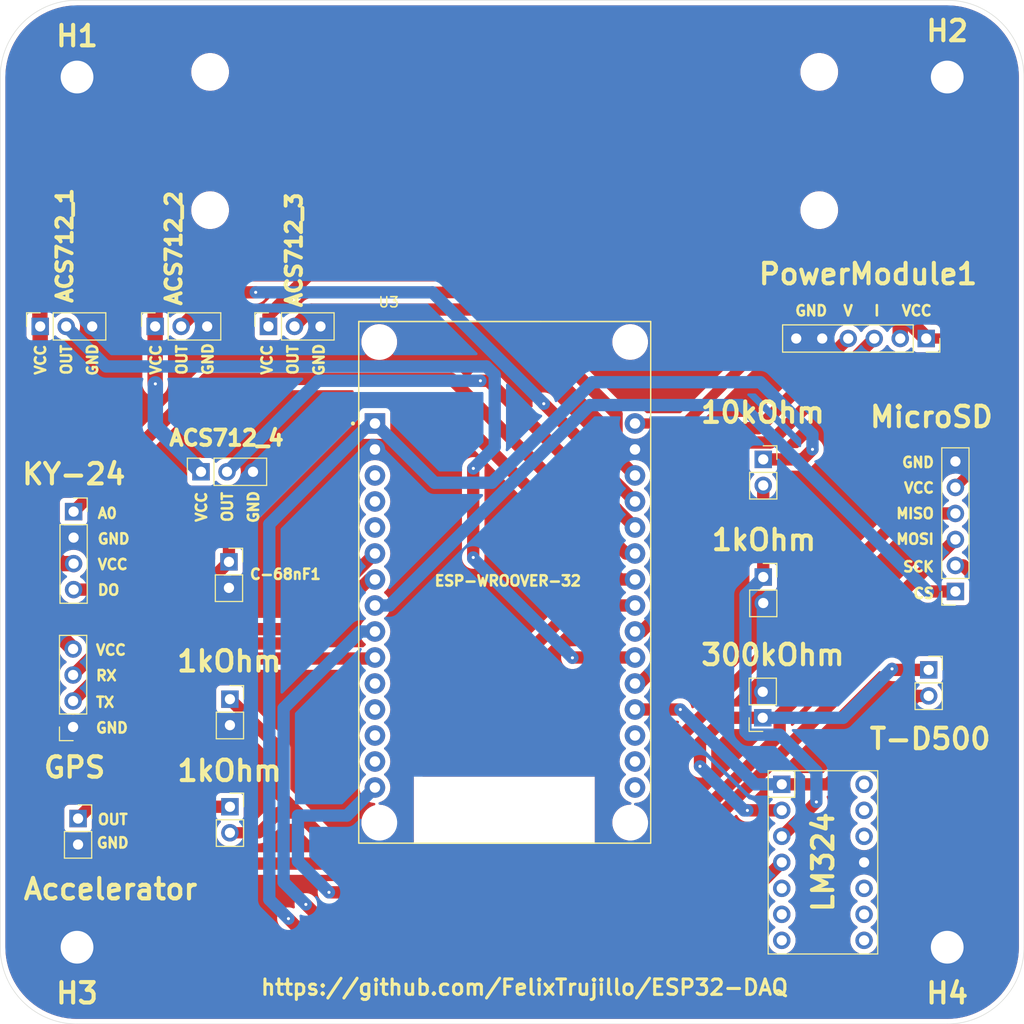
<source format=kicad_pcb>
(kicad_pcb (version 20240108) (generator "pcbnew") (generator_version "8.0")
  (title_block (title "DATA ACQUISITION SYSTEM"))
  (layers (0 "F.Cu" signal) (31 "B.Cu" signal) (34 "B.Paste" user) (35 "F.Paste" user) (36 "B.SilkS" user "B.Silkscreen") (37 "F.SilkS" user "F.Silkscreen") (38 "B.Mask" user) (39 "F.Mask" user) (44 "Edge.Cuts" user))
  (net 0 "")
  (net 2 "KY_DO")
  (net 3 "KY_A0")
  (net 5 "T-D500_OUT")
  (net 11 "ACCELERATOR_GND")
  (net 15 "GPS_RX")
  (net 16 "GPS_TX")
  (net 17 "CS_VCC")
  (net 18 "MSD_MISO")
  (net 19 "MSD_SCK")
  (net 20 "MSD_CS")
  (net 21 "MSD_MOSI")
  (net 22 "PM_V")
  (net 23 "PM_I")
  (net 24 "Net-(LM324-Pin_5)")
  (net 25 "Net-(ACC_VIN_GND1-Pin_1)")
  (net 26 "ACCELERATOR_Vout")
  (net 27 "Net-(LM324-Pin_3)")
  (net 37 "T-D500_VCC")
  (net 38 "CS_OUT_1")
  (net 39 "CS_OUT_2")
  (net 40 "CS_OUT_3")
  (net 41 "CS_OUT_4")
  (footprint "MountingHole:MountingHole_2.2mm_M2_ISO7380_Pad" (layer "F.Cu") (at 107.5 142.5)
    (property "Reference" "H3" (at 0 4.5 0) (layer "F.SilkS") (effects (font (size 2 2) (thickness 0.4) (bold yes))))
    (property "Value" "MountingHole_2.2mm_M2_ISO7380_Pad" (hide yes))
    (pad "3" thru_hole circle (at 0 0) (size 4.8 4.8) (drill 3.2) (layers "*.Cu" "*.Mask") (net 11 "ACCELERATOR_GND"))
  )
  (footprint "MountingHole:MountingHole_2.2mm_M2_ISO7380_Pad" (layer "F.Cu") (at 107.5 57.5)
    (property "Reference" "H1" (at 0 -4 0) (layer "F.SilkS") (effects (font (size 2 2) (thickness 0.4) (bold yes))))
    (property "Value" "MountingHole_2.2mm_M2_ISO7380_Pad" (hide yes))
    (pad "1" thru_hole circle (at 0 0) (size 4.8 4.8) (drill 3.2) (layers "*.Cu" "*.Mask") (net 11 "ACCELERATOR_GND"))
  )
  (footprint "Connector_PinSocket_2.54mm:PinSocket_1x02_P2.54mm_Vertical" (layer "F.Cu") (at 174.53 94.85)
    (property "Reference" "10kOhm" (at -0.045 -4.57 0) (layer "F.SilkS") (effects (font (size 2 2) (thickness 0.4) (bold yes))))
    (property "Value" "R" (hide yes))
    (pad "1" thru_hole rect (at 0 0) (size 1.7 1.7) (drill 1) (layers "*.Cu" "*.Mask") (net 37 "T-D500_VCC"))
    (pad "2" thru_hole oval (at 0 2.54) (size 1.7 1.7) (drill 1) (layers "*.Cu" "*.Mask") (net 24 "Net-(LM324-Pin_5)"))
  )
  (footprint "MountingHole:MountingHole_2.2mm_M2_ISO7380_Pad" (layer "F.Cu") (at 192.5 142.5)
    (property "Reference" "H4" (at 0 4.5 0) (layer "F.SilkS") (effects (font (size 2 2) (thickness 0.4) (bold yes))))
    (property "Value" "MountingHole_2.2mm_M2_ISO7380_Pad" (hide yes))
    (pad "4" thru_hole circle (at 0 0) (size 4.8 4.8) (drill 3.2) (layers "*.Cu" "*.Mask") (net 11 "ACCELERATOR_GND"))
  )
  (footprint "Connector_PinSocket_2.54mm:PinSocket_1x03_P2.54mm_Vertical" (layer "F.Cu") (at 115.13 81.86 90)
    (property "Reference" "ACS712_2" (at 7.64 1.82 90) (layer "F.SilkS") (effects (font (size 1.5 1.5) (thickness 0.375) (bold yes))))
    (property "Value" "Conn_01x03" (hide yes))
    (pad "1" thru_hole rect (at 0 0 90) (size 1.7 1.7) (drill 1) (layers "*.Cu" "*.Mask") (net 17 "CS_VCC"))
    (pad "2" thru_hole oval (at 0 2.54 90) (size 1.7 1.7) (drill 1) (layers "*.Cu" "*.Mask") (net 39 "CS_OUT_2"))
    (pad "3" thru_hole oval (at 0 5.08 90) (size 1.7 1.7) (drill 1) (layers "*.Cu" "*.Mask") (net 11 "ACCELERATOR_GND"))
  )
  (footprint "Connector_PinSocket_2.54mm:PinSocket_1x06_P2.54mm_Vertical" (layer "F.Cu") (at 193.3 107.75 180)
    (property "Reference" "MicroSD" (at 2.34 17.05 180) (layer "F.SilkS") (effects (font (size 2 2) (thickness 0.4) (bold yes))))
    (property "Value" "Conn_01x06" (hide yes))
    (pad "1" thru_hole rect (at 0 0 180) (size 1.7 1.7) (drill 1) (layers "*.Cu" "*.Mask") (net 20 "MSD_CS"))
    (pad "2" thru_hole oval (at 0 2.54 180) (size 1.7 1.7) (drill 1) (layers "*.Cu" "*.Mask") (net 19 "MSD_SCK"))
    (pad "3" thru_hole oval (at 0 5.08 180) (size 1.7 1.7) (drill 1) (layers "*.Cu" "*.Mask") (net 21 "MSD_MOSI"))
    (pad "4" thru_hole oval (at 0 7.62 180) (size 1.7 1.7) (drill 1) (layers "*.Cu" "*.Mask") (net 18 "MSD_MISO"))
    (pad "5" thru_hole oval (at 0 10.16 180) (size 1.7 1.7) (drill 1) (layers "*.Cu" "*.Mask") (net 17 "CS_VCC"))
    (pad "6" thru_hole oval (at 0 12.7 180) (size 1.7 1.7) (drill 1) (layers "*.Cu" "*.Mask") (net 11 "ACCELERATOR_GND"))
  )
  (footprint "Connector_PinSocket_2.54mm:PinSocket_1x04_P2.54mm_Vertical" (layer "F.Cu") (at 107.115 120.99 180)
    (property "Reference" "GPS" (at -0.145 -3.95 180) (layer "F.SilkS") (effects (font (size 2 2) (thickness 0.4) (bold yes))))
    (property "Value" "Conn_01x04" (hide yes))
    (pad "1" thru_hole rect (at 0 0 180) (size 1.7 1.7) (drill 1) (layers "*.Cu" "*.Mask") (net 11 "ACCELERATOR_GND"))
    (pad "2" thru_hole oval (at 0 2.54 180) (size 1.7 1.7) (drill 1) (layers "*.Cu" "*.Mask") (net 16 "GPS_TX"))
    (pad "3" thru_hole oval (at 0 5.08 180) (size 1.7 1.7) (drill 1) (layers "*.Cu" "*.Mask") (net 15 "GPS_RX"))
    (pad "4" thru_hole oval (at 0 7.62 180) (size 1.7 1.7) (drill 1) (layers "*.Cu" "*.Mask") (net 17 "CS_VCC"))
  )
  (footprint "Connector_PinSocket_2.54mm:PinSocket_1x03_P2.54mm_Vertical" (layer "F.Cu") (at 119.61 96.06 90)
    (property "Reference" "ACS712_4" (at 3.3 2.49 180) (layer "F.SilkS") (effects (font (size 1.5 1.5) (thickness 0.375) (bold yes))))
    (property "Value" "Conn_01x03" (hide yes))
    (pad "1" thru_hole rect (at 0 0 90) (size 1.7 1.7) (drill 1) (layers "*.Cu" "*.Mask") (net 17 "CS_VCC"))
    (pad "2" thru_hole oval (at 0 2.54 90) (size 1.7 1.7) (drill 1) (layers "*.Cu" "*.Mask") (net 41 "CS_OUT_4"))
    (pad "3" thru_hole oval (at 0 5.08 90) (size 1.7 1.7) (drill 1) (layers "*.Cu" "*.Mask") (net 11 "ACCELERATOR_GND"))
  )
  (footprint "Connector_PinSocket_2.54mm:PinSocket_1x02_P2.54mm_Vertical" (layer "F.Cu") (at 174.48 120.09 180)
    (property "Reference" "300kOhm" (at -0.985 6.14 180) (layer "F.SilkS") (effects (font (size 2 2) (thickness 0.4) (bold yes))))
    (property "Value" "R" (hide yes))
    (pad "1" thru_hole rect (at 0 0 180) (size 1.7 1.7) (drill 1) (layers "*.Cu" "*.Mask") (net 27 "Net-(LM324-Pin_3)"))
    (pad "2" thru_hole oval (at 0 2.54 180) (size 1.7 1.7) (drill 1) (layers "*.Cu" "*.Mask") (net 11 "ACCELERATOR_GND"))
  )
  (footprint "Connector_PinSocket_2.54mm:PinSocket_1x02_P2.54mm_Vertical" (layer "F.Cu") (at 122.435 128.78)
    (property "Reference" "1kOhm" (at -0.04 -3.51 0) (layer "F.SilkS") (effects (font (size 2 2) (thickness 0.4) (bold yes))))
    (property "Value" "R" (hide yes))
    (pad "1" thru_hole rect (at 0 0) (size 1.7 1.7) (drill 1) (layers "*.Cu" "*.Mask") (net 25 "Net-(ACC_VIN_GND1-Pin_1)"))
    (pad "2" thru_hole oval (at 0 2.54) (size 1.7 1.7) (drill 1) (layers "*.Cu" "*.Mask") (net 26 "ACCELERATOR_Vout"))
  )
  (footprint "Connector_PinSocket_2.54mm:PinSocket_1x03_P2.54mm_Vertical" (layer "F.Cu") (at 103.9 81.86 90)
    (property "Reference" "ACS712_1" (at 7.9 2.4 90) (layer "F.SilkS") (effects (font (size 1.5 1.5) (thickness 0.375) (bold yes))))
    (property "Value" "Conn_01x03" (hide yes))
    (pad "1" thru_hole rect (at 0 0 90) (size 1.7 1.7) (drill 1) (layers "*.Cu" "*.Mask") (net 17 "CS_VCC"))
    (pad "2" thru_hole oval (at 0 2.54 90) (size 1.7 1.7) (drill 1) (layers "*.Cu" "*.Mask") (net 38 "CS_OUT_1"))
    (pad "3" thru_hole oval (at 0 5.08 90) (size 1.7 1.7) (drill 1) (layers "*.Cu" "*.Mask") (net 11 "ACCELERATOR_GND"))
  )
  (footprint "MountingHole:MountingHole_3.2mm_M3" (layer "F.Cu") (at 120.5 57)
    (property "Reference" "REF**" (hide yes))
    (property "Value" "MountingHole_3.2mm_M3" (hide yes))
    (pad "" np_thru_hole circle (at 0 0) (size 3.2 3.2) (drill 3.2) (layers "*.Cu" "*.Mask"))
  )
  (footprint "MountingHole:MountingHole_3.2mm_M3" (layer "F.Cu") (at 180 70.5)
    (property "Reference" "REF**" (hide yes))
    (property "Value" "MountingHole_3.2mm_M3" (hide yes))
    (pad "" np_thru_hole circle (at 0 0) (size 3.2 3.2) (drill 3.2) (layers "*.Cu" "*.Mask"))
  )
  (footprint "Connector_PinSocket_2.54mm:PinSocket_1x03_P2.54mm_Vertical" (layer "F.Cu") (at 126.2 81.86 90)
    (property "Reference" "ACS712_3" (at 7.47 2.5 -90) (layer "F.SilkS") (effects (font (size 1.5 1.5) (thickness 0.375) (bold yes))))
    (property "Value" "Conn_01x03" (hide yes))
    (pad "1" thru_hole rect (at 0 0 90) (size 1.7 1.7) (drill 1) (layers "*.Cu" "*.Mask") (net 17 "CS_VCC"))
    (pad "2" thru_hole oval (at 0 2.54 90) (size 1.7 1.7) (drill 1) (layers "*.Cu" "*.Mask") (net 40 "CS_OUT_3"))
    (pad "3" thru_hole oval (at 0 5.08 90) (size 1.7 1.7) (drill 1) (layers "*.Cu" "*.Mask") (net 11 "ACCELERATOR_GND"))
  )
  (footprint "Connector_PinSocket_2.54mm:PinSocket_1x04_P2.54mm_Vertical" (layer "F.Cu") (at 107.165 99.95)
    (property "Reference" "KY-24" (at 0.025 -3.66 0) (layer "F.SilkS") (effects (font (size 2 2) (thickness 0.4) (bold yes))))
    (property "Value" "Conn_01x04" (hide yes))
    (pad "1" thru_hole rect (at 0 0) (size 1.7 1.7) (drill 1) (layers "*.Cu" "*.Mask") (net 3 "KY_A0"))
    (pad "2" thru_hole oval (at 0 2.54) (size 1.7 1.7) (drill 1) (layers "*.Cu" "*.Mask") (net 11 "ACCELERATOR_GND"))
    (pad "3" thru_hole oval (at 0 5.08) (size 1.7 1.7) (drill 1) (layers "*.Cu" "*.Mask") (net 17 "CS_VCC"))
    (pad "4" thru_hole oval (at 0 7.62) (size 1.7 1.7) (drill 1) (layers "*.Cu" "*.Mask") (net 2 "KY_DO"))
  )
  (footprint "Connector_PinSocket_2.54mm:PinSocket_1x06_P2.54mm_Vertical" (layer "F.Cu") (at 190.45 83.04 -90)
    (property "Reference" "PowerModule1" (at -6.295 5.685 0) (layer "F.SilkS") (effects (font (size 2 2) (thickness 0.4) (bold yes))))
    (property "Value" "Conn_01x06" (hide yes))
    (pad "1" thru_hole rect (at 0 0 270) (size 1.7 1.7) (drill 1) (layers "*.Cu" "*.Mask") (net 17 "CS_VCC"))
    (pad "2" thru_hole oval (at 0 2.54 270) (size 1.7 1.7) (drill 1) (layers "*.Cu" "*.Mask") (net 17 "CS_VCC"))
    (pad "3" thru_hole oval (at 0 5.08 270) (size 1.7 1.7) (drill 1) (layers "*.Cu" "*.Mask") (net 23 "PM_I"))
    (pad "4" thru_hole oval (at 0 7.62 270) (size 1.7 1.7) (drill 1) (layers "*.Cu" "*.Mask") (net 22 "PM_V"))
    (pad "5" thru_hole oval (at 0 10.16 270) (size 1.7 1.7) (drill 1) (layers "*.Cu" "*.Mask") (net 11 "ACCELERATOR_GND"))
    (pad "6" thru_hole oval (at 0 12.7 270) (size 1.7 1.7) (drill 1) (layers "*.Cu" "*.Mask") (net 11 "ACCELERATOR_GND"))
  )
  (footprint "MyPrintFoot:LM324" (layer "F.Cu") (at 180.34 135.59)
    (property "Reference" "LM324" (at 0.04 -1.4 90) (layer "F.SilkS") (effects (font (size 2 2) (thickness 0.4) (bold yes))))
    (property "Value" "Conn_02x07_Odd_Even" (hide yes))
    (pad "1" thru_hole rect (at -4 -9) (size 1.7 1.7) (drill 1) (layers "*.Cu" "*.Mask") (net 5 "T-D500_OUT"))
    (pad "2" thru_hole oval (at 4.04 -9) (size 1.7 1.7) (drill 1) (layers "*.Cu" "*.Mask"))
    (pad "3" thru_hole oval (at -4 -6.46) (size 1.7 1.7) (drill 1) (layers "*.Cu" "*.Mask") (net 27 "Net-(LM324-Pin_3)"))
    (pad "4" thru_hole oval (at 4.04 -6.46) (size 1.7 1.7) (drill 1) (layers "*.Cu" "*.Mask"))
    (pad "5" thru_hole oval (at -4 -3.92) (size 1.7 1.7) (drill 1) (layers "*.Cu" "*.Mask") (net 24 "Net-(LM324-Pin_5)"))
    (pad "6" thru_hole oval (at 4.04 -3.92) (size 1.7 1.7) (drill 1) (layers "*.Cu" "*.Mask"))
    (pad "7" thru_hole oval (at -4 -1.38) (size 1.7 1.7) (drill 1) (layers "*.Cu" "*.Mask") (net 37 "T-D500_VCC"))
    (pad "8" thru_hole oval (at 4.04 -1.38) (size 1.7 1.7) (drill 1) (layers "*.Cu" "*.Mask") (net 11 "ACCELERATOR_GND"))
    (pad "9" thru_hole oval (at -4 1.16) (size 1.7 1.7) (drill 1) (layers "*.Cu" "*.Mask"))
    (pad "10" thru_hole oval (at 4.04 1.16) (size 1.7 1.7) (drill 1) (layers "*.Cu" "*.Mask"))
    (pad "11" thru_hole oval (at -4 3.7) (size 1.7 1.7) (drill 1) (layers "*.Cu" "*.Mask"))
    (pad "12" thru_hole oval (at 4.04 3.7) (size 1.7 1.7) (drill 1) (layers "*.Cu" "*.Mask"))
    (pad "13" thru_hole oval (at -4 6.24) (size 1.7 1.7) (drill 1) (layers "*.Cu" "*.Mask"))
    (pad "14" thru_hole oval (at 4.04 6.24) (size 1.7 1.7) (drill 1) (layers "*.Cu" "*.Mask"))
  )
  (footprint "MountingHole:MountingHole_3.2mm_M3" (layer "F.Cu") (at 120.5 70.5)
    (property "Reference" "REF**" (hide yes))
    (property "Value" "MountingHole_3.2mm_M3" (hide yes))
    (pad "" np_thru_hole circle (at 0 0) (size 3.2 3.2) (drill 3.2) (layers "*.Cu" "*.Mask"))
  )
  (footprint "Connector_PinSocket_2.54mm:PinSocket_1x02_P2.54mm_Vertical" (layer "F.Cu") (at 107.6 129.93)
    (property "Reference" "Accelerator" (at 3.17 6.9 0) (layer "F.SilkS") (effects (font (size 2 2) (thickness 0.4) (bold yes))))
    (property "Value" "Conn_01x02" (hide yes))
    (pad "1" thru_hole rect (at 0 0) (size 1.7 1.7) (drill 1) (layers "*.Cu" "*.Mask") (net 25 "Net-(ACC_VIN_GND1-Pin_1)"))
    (pad "2" thru_hole oval (at 0 2.54) (size 1.7 1.7) (drill 1) (layers "*.Cu" "*.Mask") (net 11 "ACCELERATOR_GND"))
  )
  (footprint "Connector_PinSocket_2.54mm:PinSocket_1x02_P2.54mm_Vertical" (layer "F.Cu") (at 174.53 106.34)
    (property "Reference" "1kOhm" (at 0.065 -3.62 0) (layer "F.SilkS") (effects (font (size 2 2) (thickness 0.4) (bold yes))))
    (property "Value" "R" (hide yes))
    (pad "1" thru_hole rect (at 0 0) (size 1.7 1.7) (drill 1) (layers "*.Cu" "*.Mask") (net 24 "Net-(LM324-Pin_5)"))
    (pad "2" thru_hole oval (at 0 2.54) (size 1.7 1.7) (drill 1) (layers "*.Cu" "*.Mask") (net 11 "ACCELERATOR_GND"))
  )
  (footprint "MountingHole:MountingHole_2.2mm_M2_ISO7380_Pad" (layer "F.Cu") (at 192.5 57.5)
    (property "Reference" "H2" (at 0 -4.5 0) (layer "F.SilkS") (effects (font (size 2 2) (thickness 0.4) (bold yes))))
    (property "Value" "MountingHole_2.2mm_M2_ISO7380_Pad" (hide yes))
    (pad "2" thru_hole circle (at 0 0) (size 4.8 4.8) (drill 3.2) (layers "*.Cu" "*.Mask") (net 11 "ACCELERATOR_GND"))
  )
  (footprint "Connector_PinSocket_2.54mm:PinSocket_1x02_P2.54mm_Vertical" (layer "F.Cu") (at 190.69 115.41)
    (property "Reference" "T-D500" (at 0.14 6.74 0) (layer "F.SilkS") (effects (font (size 2 2) (thickness 0.4) (bold yes))))
    (property "Value" "Conn_01x02" (hide yes))
    (pad "1" thru_hole rect (at 0 0) (size 1.7 1.7) (drill 1) (layers "*.Cu" "*.Mask") (net 27 "Net-(LM324-Pin_3)"))
    (pad "2" thru_hole oval (at 0 2.54) (size 1.7 1.7) (drill 1) (layers "*.Cu" "*.Mask") (net 5 "T-D500_OUT"))
  )
  (footprint "ESP32-DEVKIT-V1 (2):MODULE_ESP32_DEVKIT_V1" (layer "F.Cu") (at 149.3 106.855)
    (property "Reference" "U3" (at -11.355 -27.36 0) (layer "F.SilkS"))
    (property "Value" "ESP32-DEVKIT-V1" (hide yes))
    (pad "" np_thru_hole circle (at -12.28 -23.475) (size 3 3) (drill 3) (layers "*.Cu" "*.Mask"))
    (pad "" np_thru_hole circle (at -12.28 23.475) (size 3 3) (drill 3) (layers "*.Cu" "*.Mask"))
    (pad "" np_thru_hole circle (at 12.23 -23.475) (size 3 3) (drill 3) (layers "*.Cu" "*.Mask"))
    (pad "" np_thru_hole circle (at 12.23 23.475) (size 3 3) (drill 3) (layers "*.Cu" "*.Mask"))
    (pad "1" thru_hole rect (at -12.7 -15.515) (size 2 2) (drill 1.02) (layers "*.Cu" "*.Mask") (net 37 "T-D500_VCC"))
    (pad "2" thru_hole circle (at -12.7 -12.975) (size 2 2) (drill 1.02) (layers "*.Cu" "*.Mask") (net 11 "ACCELERATOR_GND"))
    (pad "3" thru_hole circle (at -12.7 -10.435) (size 2 2) (drill 1.02) (layers "*.Cu" "*.Mask"))
    (pad "4" thru_hole circle (at -12.7 -7.895) (size 2 2) (drill 1.02) (layers "*.Cu" "*.Mask"))
    (pad "5" thru_hole circle (at -12.7 -5.355) (size 2 2) (drill 1.02) (layers "*.Cu" "*.Mask"))
    (pad "6" thru_hole circle (at -12.7 -2.815) (size 2 2) (drill 1.02) (layers "*.Cu" "*.Mask") (net 15 "GPS_RX"))
    (pad "7" thru_hole circle (at -12.7 -0.275) (size 2 2) (drill 1.02) (layers "*.Cu" "*.Mask") (net 16 "GPS_TX"))
    (pad "8" thru_hole circle (at -12.7 2.265) (size 2 2) (drill 1.02) (layers "*.Cu" "*.Mask") (net 20 "MSD_CS"))
    (pad "9" thru_hole circle (at -12.7 4.805) (size 2 2) (drill 1.02) (layers "*.Cu" "*.Mask") (net 19 "MSD_SCK"))
    (pad "10" thru_hole circle (at -12.7 7.345) (size 2 2) (drill 1.02) (layers "*.Cu" "*.Mask") (net 18 "MSD_MISO"))
    (pad "11" thru_hole circle (at -12.7 9.885) (size 2 2) (drill 1.02) (layers "*.Cu" "*.Mask"))
    (pad "12" thru_hole circle (at -12.7 12.425) (size 2 2) (drill 1.02) (layers "*.Cu" "*.Mask"))
    (pad "13" thru_hole circle (at -12.7 14.965) (size 2 2) (drill 1.02) (layers "*.Cu" "*.Mask"))
    (pad "14" thru_hole circle (at -12.7 17.505) (size 2 2) (drill 1.02) (layers "*.Cu" "*.Mask"))
    (pad "15" thru_hole circle (at -12.7 20.045) (size 2 2) (drill 1.02) (layers "*.Cu" "*.Mask") (net 21 "MSD_MOSI"))
    (pad "16" thru_hole circle (at 12.7 20.045) (size 2 2) (drill 1.02) (layers "*.Cu" "*.Mask"))
    (pad "17" thru_hole circle (at 12.7 17.505) (size 2 2) (drill 1.02) (layers "*.Cu" "*.Mask"))
    (pad "18" thru_hole circle (at 12.7 14.965) (size 2 2) (drill 1.02) (layers "*.Cu" "*.Mask"))
    (pad "19" thru_hole circle (at 12.7 12.425) (size 2 2) (drill 1.02) (layers "*.Cu" "*.Mask") (net 5 "T-D500_OUT"))
    (pad "20" thru_hole circle (at 12.7 9.885) (size 2 2) (drill 1.02) (layers "*.Cu" "*.Mask") (net 23 "PM_I"))
    (pad "21" thru_hole circle (at 12.7 7.345) (size 2 2) (drill 1.02) (layers "*.Cu" "*.Mask") (net 38 "CS_OUT_1"))
    (pad "22" thru_hole circle (at 12.7 4.805) (size 2 2) (drill 1.02) (layers "*.Cu" "*.Mask") (net 22 "PM_V"))
    (pad "23" thru_hole circle (at 12.7 2.265) (size 2 2) (drill 1.02) (layers "*.Cu" "*.Mask") (net 26 "ACCELERATOR_Vout"))
    (pad "24" thru_hole circle (at 12.7 -0.275) (size 2 2) (drill 1.02) (layers "*.Cu" "*.Mask") (net 2 "KY_DO"))
    (pad "25" thru_hole circle (at 12.7 -2.815) (size 2 2) (drill 1.02) (layers "*.Cu" "*.Mask") (net 3 "KY_A0"))
    (pad "26" thru_hole circle (at 12.7 -5.355) (size 2 2) (drill 1.02) (layers "*.Cu" "*.Mask") (net 41 "CS_OUT_4"))
    (pad "27" thru_hole circle (at 12.7 -7.895) (size 2 2) (drill 1.02) (layers "*.Cu" "*.Mask") (net 39 "CS_OUT_2"))
    (pad "28" thru_hole circle (at 12.7 -10.435) (size 2 2) (drill 1.02) (layers "*.Cu" "*.Mask") (net 40 "CS_OUT_3"))
    (pad "29" thru_hole circle (at 12.7 -12.975) (size 2 2) (drill 1.02) (layers "*.Cu" "*.Mask") (net 11 "ACCELERATOR_GND"))
    (pad "30" thru_hole circle (at 12.7 -15.515) (size 2 2) (drill 1.02) (layers "*.Cu" "*.Mask") (net 17 "CS_VCC"))
    (zone (net 0) (net_name "") (layer "F.Cu") (connect_pads (clearance 0)) (min_thickness 0.01)
      (keepout (tracks not_allowed) (vias not_allowed) (pads not_allowed) (copperpour not_allowed) (footprints allowed))
      (fill (thermal_gap 0.508) (thermal_bridge_width 0.508))
      (polygon (pts (xy 140.39 125.84) (xy 158.08 125.84) (xy 158.08 132.33) (xy 140.39 132.33)))
    )
    (zone (net 0) (net_name "") (layer "B.Cu") (connect_pads (clearance 0)) (min_thickness 0.01)
      (keepout (tracks not_allowed) (vias not_allowed) (pads not_allowed) (copperpour not_allowed) (footprints allowed))
      (fill (thermal_gap 0.508) (thermal_bridge_width 0.508))
      (polygon (pts (xy 140.39 125.84) (xy 158.08 125.84) (xy 158.08 132.33) (xy 140.39 132.33)))
    )
  )
  (footprint "Connector_PinSocket_2.54mm:PinSocket_1x02_P2.54mm_Vertical" (layer "F.Cu") (at 122.435 118.27)
    (property "Reference" "1kOhm" (at -0.065 -3.7 0) (layer "F.SilkS") (effects (font (size 2 2) (thickness 0.4) (bold yes))))
    (property "Value" "R" (hide yes))
    (pad "1" thru_hole rect (at 0 0) (size 1.7 1.7) (drill 1) (layers "*.Cu" "*.Mask") (net 26 "ACCELERATOR_Vout"))
    (pad "2" thru_hole oval (at 0 2.54) (size 1.7 1.7) (drill 1) (layers "*.Cu" "*.Mask") (net 11 "ACCELERATOR_GND"))
  )
  (footprint "MountingHole:MountingHole_3.2mm_M3" (layer "F.Cu") (at 180 57)
    (property "Reference" "REF**" (hide yes))
    (property "Value" "MountingHole_3.2mm_M3" (hide yes))
    (pad "" np_thru_hole circle (at 0 0) (size 3.2 3.2) (drill 3.2) (layers "F&B.Cu" "*.Mask"))
  )
  (footprint "Connector_PinSocket_2.54mm:PinSocket_1x02_P2.54mm_Vertical" (layer "F.Cu") (at 122.34 104.86)
    (property "Reference" "C-68nF1" (at 5.51 1.21 180) (layer "F.SilkS") (effects (font (thickness 0.25) (bold yes))))
    (property "Value" "C_Small" (hide yes))
    (pad "1" thru_hole rect (at 0 0) (size 1.7 1.7) (drill 1) (layers "*.Cu" "*.Mask") (net 2 "KY_DO"))
    (pad "2" thru_hole oval (at 0 2.54) (size 1.7 1.7) (drill 1) (layers "*.Cu" "*.Mask") (net 11 "ACCELERATOR_GND"))
  )
  (footprint "Images:GCA_Shield_Logo2" (layer "F.Cu") (at 150.110677 62.214576)
    (property "Reference" "G***" (hide yes))
    (property "Value" "LOGO" (hide yes))
  )
  (footprint "Images:GCA_Shield_Logo" (layer "B.Cu") (at 150.424165 100.074986 180)
    (property "Reference" "G***" (hide yes))
    (property "Value" "LOGO" (hide yes))
  )
  (gr_line (start 100 142.5) (end 100 57.5) (stroke (width 0.05)) (layer "Edge.Cuts"))
  (gr_arc (start 100 57.5) (mid 102.196699 52.196699) (end 107.5 50) (stroke (width 0.05)) (layer "Edge.Cuts"))
  (gr_line (start 200 57.5) (end 200 142.5) (stroke (width 0.05)) (layer "Edge.Cuts"))
  (gr_arc (start 200 142.5) (mid 197.803301 147.803301) (end 192.5 150) (stroke (width 0.05)) (layer "Edge.Cuts"))
  (gr_arc (start 107.5 150) (mid 102.196699 147.803301) (end 100 142.5) (stroke (width 0.05)) (layer "Edge.Cuts"))
  (gr_line (start 107.5 50) (end 192.5 50) (stroke (width 0.05)) (layer "Edge.Cuts"))
  (gr_line (start 107.5 150) (end 192.5 150) (stroke (width 0.05)) (layer "Edge.Cuts"))
  (gr_arc (start 192.5 50) (mid 197.803301 52.196699) (end 200 57.5) (stroke (width 0.05)) (layer "Edge.Cuts"))
  (gr_text "SCK" (at 188.056666 105.925 0) (layer "F.SilkS") (effects (font (size 1 1) (thickness 0.25) (bold yes)) (justify left bottom)))
  (gr_text "VCC" (at 126.64 86.71 90) (layer "F.SilkS") (effects (font (size 1 1) (thickness 0.25) (bold yes)) (justify left bottom)))
  (gr_text "MOSI\n" (at 187.39 103.225 0) (layer "F.SilkS") (effects (font (size 1 1) (thickness 0.25) (bold yes)) (justify left bottom)))
  (gr_text "OUT" (at 107.05 86.71 90) (layer "F.SilkS") (effects (font (size 1 1) (thickness 0.25) (bold yes)) (justify left bottom)))
  (gr_text "VCC" (at 115.79 86.71 90) (layer "F.SilkS") (effects (font (size 1 1) (thickness 0.25) (bold yes)) (justify left bottom)))
  (gr_text "GND" (at 187.961428 95.725 0) (layer "F.SilkS") (effects (font (size 1 1) (thickness 0.25) (bold yes)) (justify left bottom)))
  (gr_text "V" (at 182.225 80.915 0) (layer "F.SilkS") (effects (font (size 1 1) (thickness 0.25) (bold yes)) (justify left bottom)))
  (gr_text "OUT" (at 122.77 101.084762 90) (layer "F.SilkS") (effects (font (size 1 1) (thickness 0.25) (bold yes)) (justify left bottom)))
  (gr_text "VCC" (at 120.24 101.084762 90) (layer "F.SilkS") (effects (font (size 1 1) (thickness 0.25) (bold yes)) (justify left bottom)))
  (gr_text "I" (at 185.225 80.915 0) (layer "F.SilkS") (effects (font (size 1 1) (thickness 0.25) (bold yes)) (justify left bottom)))
  (gr_text "CS" (at 189.056666 108.525 0) (layer "F.SilkS") (effects (font (size 1 1) (thickness 0.25) (bold yes)) (justify left bottom)))
  (gr_text "A0" (at 109.39 100.7 0) (layer "F.SilkS") (effects (font (size 1 1) (thickness 0.25) (bold yes)) (justify left bottom)))
  (gr_text "GND" (at 109.39 103.2 0) (layer "F.SilkS") (effects (font (size 1 1) (thickness 0.25) (bold yes)) (justify left bottom)))
  (gr_text "VCC" (at 104.52 86.71 90) (layer "F.SilkS") (effects (font (size 1 1) (thickness 0.25) (bold yes)) (justify left bottom)))
  (gr_text "TX" (at 109.22 119.16 0) (layer "F.SilkS") (effects (font (size 1 1) (thickness 0.25) (bold yes)) (justify left bottom)))
  (gr_text "GND" (at 125.32 101.18 90) (layer "F.SilkS") (effects (font (size 1 1) (thickness 0.25) (bold yes)) (justify left bottom)))
  (gr_text "OUT" (at 118.32 86.71 90) (layer "F.SilkS") (effects (font (size 1 1) (thickness 0.25) (bold yes)) (justify left bottom)))
  (gr_text "VCC" (at 109.39 105.7 0) (layer "F.SilkS") (effects (font (size 1 1) (thickness 0.25) (bold yes)) (justify left bottom)))
  (gr_text "ESP-WROOVER-32" (at 142.3 107.3 0) (layer "F.SilkS") (effects (font (size 1 1) (thickness 0.25) (bold yes)) (justify left bottom)))
  (gr_text "GND" (at 109.6 86.805238 90) (layer "F.SilkS") (effects (font (size 1 1) (thickness 0.25) (bold yes)) (justify left bottom)))
  (gr_text "GND" (at 177.525 80.915 0) (layer "F.SilkS") (effects (font (size 1 1) (thickness 0.25) (bold yes)) (justify left bottom)))
  (gr_text "GND" (at 109.3 132.89 0) (layer "F.SilkS") (effects (font (size 1 1) (thickness 0.25) (bold yes)) (justify left bottom)))
  (gr_text "GND" (at 109.22 121.66 0) (layer "F.SilkS") (effects (font (size 1 1) (thickness 0.25) (bold yes)) (justify left bottom)))
  (gr_text "https://github.com/FelixTrujillo/ESP32-DAQ" (at 125.3 147.3 0) (layer "F.SilkS") (effects (font (size 1.5 1.5) (thickness 0.3) (bold yes)) (justify left bottom)))
  (gr_text "DO" (at 109.39 108.2 0) (layer "F.SilkS") (effects (font (size 1 1) (thickness 0.25) (bold yes)) (justify left bottom)))
  (gr_text "MISO" (at 187.39 100.725 0) (layer "F.SilkS") (effects (font (size 1 1) (thickness 0.25) (bold yes)) (justify left bottom)))
  (gr_text "OUT" (at 129.17 86.71 90) (layer "F.SilkS") (effects (font (size 1 1) (thickness 0.25) (bold yes)) (justify left bottom)))
  (gr_text "VCC" (at 109.22 114.06 0) (layer "F.SilkS") (effects (font (size 1 1) (thickness 0.25) (bold yes)) (justify left bottom)))
  (gr_text "GND" (at 131.72 86.805238 90) (layer "F.SilkS") (effects (font (size 1 1) (thickness 0.25) (bold yes)) (justify left bottom)))
  (gr_text "VCC" (at 187.925 80.915 0) (layer "F.SilkS") (effects (font (size 1 1) (thickness 0.25) (bold yes)) (justify left bottom)))
  (gr_text "VCC" (at 188.151904 98.225 0) (layer "F.SilkS") (effects (font (size 1 1) (thickness 0.25) (bold yes)) (justify left bottom)))
  (gr_text "RX" (at 109.22 116.56 0) (layer "F.SilkS") (effects (font (size 1 1) (thickness 0.25) (bold yes)) (justify left bottom)))
  (gr_text "OUT" (at 109.395238 130.61 0) (layer "F.SilkS") (effects (font (size 1 1) (thickness 0.25) (bold yes)) (justify left bottom)))
  (gr_text "GND" (at 120.87 86.745238 90) (layer "F.SilkS") (effects (font (size 1 1) (thickness 0.25) (bold yes)) (justify left bottom)))
  (segment (start 122.34 104.86) (end 122.34 102) (width 1.2) (layer "F.Cu") (net 2))
  (segment (start 107.165 107.57) (end 119.63 107.57) (width 1.2) (layer "F.Cu") (net 2))
  (segment (start 122.34 102) (end 135.27 89.07) (width 1.2) (layer "F.Cu") (net 2))
  (segment (start 143.03 89.07) (end 160.54 106.58) (width 1.2) (layer "F.Cu") (net 2))
  (segment (start 119.63 107.57) (end 122.34 104.86) (width 1.2) (layer "F.Cu") (net 2))
  (segment (start 135.27 89.07) (end 143.03 89.07) (width 1.2) (layer "F.Cu") (net 2))
  (segment (start 160.54 106.58) (end 162 106.58) (width 1.2) (layer "F.Cu") (net 2))
  (segment (start 161.12 104.04) (end 162 104.04) (width 1.2) (layer "F.Cu") (net 3))
  (segment (start 120.125 86.99) (end 144.07 86.99) (width 1.2) (layer "F.Cu") (net 3))
  (segment (start 107.165 99.95) (end 120.125 86.99) (width 1.2) (layer "F.Cu") (net 3))
  (segment (start 144.07 86.99) (end 161.12 104.04) (width 1.2) (layer "F.Cu") (net 3))
  (segment (start 180.847919 126.59) (end 176.34 126.59) (width 1.2) (layer "F.Cu") (net 5))
  (segment (start 162 119.28) (end 166.43 119.28) (width 1.2) (layer "F.Cu") (net 5))
  (segment (start 190.69 117.95) (end 189.487919 117.95) (width 1.2) (layer "F.Cu") (net 5))
  (segment (start 189.487919 117.95) (end 180.847919 126.59) (width 1.2) (layer "F.Cu") (net 5))
  (via (at 166.43 119.28) (size 0.6) (drill 0.3) (layers "F.Cu" "B.Cu") (net 5))
  (segment (start 166.43 119.28) (end 173.74 126.59) (width 1.2) (layer "B.Cu") (net 5))
  (segment (start 173.74 126.59) (end 176.34 126.59) (width 1.2) (layer "B.Cu") (net 5))
  (segment (start 129.204415 111.43) (end 136.594415 104.04) (width 1.2) (layer "F.Cu") (net 15))
  (segment (start 111.595 111.43) (end 129.204415 111.43) (width 1.2) (layer "F.Cu") (net 15))
  (segment (start 136.594415 104.04) (end 136.6 104.04) (width 1.2) (layer "F.Cu") (net 15))
  (segment (start 107.115 115.91) (end 111.595 111.43) (width 1.2) (layer "F.Cu") (net 15))
  (segment (start 112.735 112.83) (end 129.784313 112.83) (width 1.2) (layer "F.Cu") (net 16))
  (segment (start 136.034313 106.58) (end 136.6 106.58) (width 1.2) (layer "F.Cu") (net 16))
  (segment (start 107.115 118.45) (end 112.735 112.83) (width 1.2) (layer "F.Cu") (net 16))
  (segment (start 129.784313 112.83) (end 136.034313 106.58) (width 1.2) (layer "F.Cu") (net 16))
  (segment (start 105.962919 105.03) (end 107.165 105.03) (width 1.5) (layer "F.Cu") (net 17))
  (segment (start 126.2 81.86) (end 126.2 80.78) (width 1.2) (layer "F.Cu") (net 17))
  (segment (start 130.26 76.72) (end 118.49 76.72) (width 1.5) (layer "F.Cu") (net 17))
  (segment (start 167.08 76.72) (end 130.26 76.72) (width 1.5) (layer "F.Cu") (net 17))
  (segment (start 185.28 77.98) (end 185.39 77.98) (width 1.5) (layer "F.Cu") (net 17))
  (segment (start 187.91 80.61) (end 187.91 83.04) (width 1.5) (layer "F.Cu") (net 17))
  (segment (start 166.87 91.34) (end 162 91.34) (width 1) (layer "F.Cu") (net 17))
  (segment (start 103.9 102.967081) (end 105.962919 105.03) (width 1.5) (layer "F.Cu") (net 17))
  (segment (start 180.47 77.68) (end 168.04 77.68) (width 1.5) (layer "F.Cu") (net 17))
  (segment (start 190.45 83.04) (end 190.425 83.065) (width 1) (layer "F.Cu") (net 17))
  (segment (start 185.28 77.98) (end 187.91 80.61) (width 1.2) (layer "F.Cu") (net 17))
  (segment (start 194.4 83.04) (end 197.61 86.25) (width 1) (layer "F.Cu") (net 17))
  (segment (start 185.39 77.98) (end 190.45 83.04) (width 1.5) (layer "F.Cu") (net 17))
  (segment (start 197.61 93.28) (end 193.3 97.59) (width 1) (layer "F.Cu") (net 17))
  (segment (start 115.13 80.08) (end 118.49 76.72) (width 1.5) (layer "F.Cu") (net 17))
  (segment (start 184.98 77.68) (end 180.47 77.68) (width 1.5) (layer "F.Cu") (net 17))
  (segment (start 118.49 76.72) (end 105.54 76.72) (width 1.5) (layer "F.Cu") (net 17))
  (segment (start 103.87 81.83) (end 103.9 81.86) (width 1.5) (layer "F.Cu") (net 17))
  (segment (start 103.87 78.39) (end 103.87 81.83) (width 1.5) (layer "F.Cu") (net 17))
  (segment (start 115.13 87.45) (end 115.15 87.47) (width 1.5) (layer "F.Cu") (net 17))
  (segment (start 168.04 77.68) (end 167.08 76.72) (width 1.5) (layer "F.Cu") (net 17))
  (segment (start 103.9 81.86) (end 103.9 102.967081) (width 1.5) (layer "F.Cu") (net 17))
  (segment (start 103.9 102.967081) (end 103.9 110.155) (width 1.5) (layer "F.Cu") (net 17))
  (segment (start 115.13 81.86) (end 115.13 87.45) (width 1.5) (layer "F.Cu") (net 17))
  (segment (start 105.54 76.72) (end 103.87 78.39) (width 1.5) (layer "F.Cu") (net 17))
  (segment (start 190.45 83.04) (end 194.4 83.04) (width 1) (layer "F.Cu") (net 17))
  (segment (start 115.13 81.86) (end 115.13 80.08) (width 1.5) (layer "F.Cu") (net 17))
  (segment (start 180.47 77.68) (end 180.47 77.74) (width 1) (layer "F.Cu") (net 17))
  (segment (start 185.28 77.98) (end 184.98 77.68) (width 1.5) (layer "F.Cu") (net 17))
  (segment (start 103.9 110.155) (end 107.115 113.37) (width 1.5) (layer "F.Cu") (net 17))
  (segment (start 180.47 77.74) (end 166.87 91.34) (width 1) (layer "F.Cu") (net 17))
  (segment (start 126.2 80.78) (end 130.26 76.72) (width 1.2) (layer "F.Cu") (net 17))
  (segment (start 197.61 86.25) (end 197.61 93.28) (width 1) (layer "F.Cu") (net 17))
  (via (at 115.15 87.47) (size 0.6) (drill 0.3) (layers "F.Cu" "B.Cu") (net 17))
  (segment (start 115.15 91.6) (end 119.61 96.06) (width 1.5) (layer "B.Cu") (net 17))
  (segment (start 115.15 87.47) (end 115.15 91.6) (width 1.5) (layer "B.Cu") (net 17))
  (segment (start 160.853402 134.33) (end 103.96 134.33) (width 1.2) (layer "F.Cu") (net 18))
  (segment (start 188.28 100.13) (end 165.64 122.77) (width 1.2) (layer "F.Cu") (net 18))
  (segment (start 165.64 122.77) (end 165.64 129.543402) (width 1.2) (layer "F.Cu") (net 18))
  (segment (start 117.73 114.3) (end 136.5 114.3) (width 1.2) (layer "F.Cu") (net 18))
  (segment (start 103.96 134.33) (end 102.9 133.27) (width 1.2) (layer "F.Cu") (net 18))
  (segment (start 165.64 129.543402) (end 160.853402 134.33) (width 1.2) (layer "F.Cu") (net 18))
  (segment (start 102.9 129.13) (end 117.73 114.3) (width 1.2) (layer "F.Cu") (net 18))
  (segment (start 102.9 133.27) (end 102.9 129.13) (width 1.2) (layer "F.Cu") (net 18))
  (segment (start 136.5 114.3) (end 136.6 114.2) (width 1.2) (layer "F.Cu") (net 18))
  (segment (start 193.3 100.13) (end 188.28 100.13) (width 1.2) (layer "F.Cu") (net 18))
  (segment (start 160.509898 139.34) (end 130.87 139.34) (width 1.2) (layer "F.Cu") (net 19))
  (segment (start 193.3 105.21) (end 194.06 105.21) (width 1.2) (layer "F.Cu") (net 19))
  (segment (start 196.28 111.01) (end 188.839898 111.01) (width 1.2) (layer "F.Cu") (net 19))
  (segment (start 196.28 107.43) (end 196.28 111.01) (width 1.2) (layer "F.Cu") (net 19))
  (segment (start 188.839898 111.01) (end 160.509898 139.34) (width 1.2) (layer "F.Cu") (net 19))
  (segment (start 130.87 139.34) (end 129.85 138.32) (width 1.2) (layer "F.Cu") (net 19))
  (segment (start 194.06 105.21) (end 196.28 107.43) (width 1.2) (layer "F.Cu") (net 19))
  (via (at 129.85 138.32) (size 0.6) (drill 0.3) (layers "F.Cu" "B.Cu") (net 19))
  (segment (start 127.68 119.165787) (end 135.185787 111.66) (width 1.2) (layer "B.Cu") (net 19))
  (segment (start 129.85 138.32) (end 127.68 136.15) (width 1.2) (layer "B.Cu") (net 19))
  (segment (start 135.185787 111.66) (end 136.6 111.66) (width 1.2) (layer "B.Cu") (net 19))
  (segment (start 127.68 136.15) (end 127.68 119.165787) (width 1.2) (layer "B.Cu") (net 19))
  (segment (start 190.62 107.75) (end 190.61 107.76) (width 1.2) (layer "F.Cu") (net 20))
  (segment (start 193.3 107.75) (end 190.62 107.75) (width 1.2) (layer "F.Cu") (net 20))
  (via (at 190.61 107.76) (size 0.6) (drill 0.3) (layers "F.Cu" "B.Cu") (net 20))
  (segment (start 157.594213 89.54) (end 138.014213 109.12) (width 1.2) (layer "B.Cu") (net 20))
  (segment (start 138.014213 109.12) (end 136.6 109.12) (width 1.2) (layer "B.Cu") (net 20))
  (segment (start 172.39 89.54) (end 157.594213 89.54) (width 1.2) (layer "B.Cu") (net 20))
  (segment (start 190.61 107.76) (end 172.39 89.54) (width 1.2) (layer "B.Cu") (net 20))
  (segment (start 176.13 119.84) (end 176.13 121.74) (width 1.2) (layer "F.Cu") (net 21))
  (segment (start 176.13 121.74) (end 160.73 137.14) (width 1.2) (layer "F.Cu") (net 21))
  (segment (start 193.3 102.67) (end 176.13 119.84) (width 1.2) (layer "F.Cu") (net 21))
  (segment (start 160.73 137.14) (end 132.11 137.14) (width 1.2) (layer "F.Cu") (net 21))
  (via (at 132.11 137.14) (size 0.6) (drill 0.3) (layers "F.Cu" "B.Cu") (net 21))
  (segment (start 132.11 137.14) (end 129.08 134.11) (width 1.2) (layer "B.Cu") (net 21))
  (segment (start 129.08 134.11) (end 129.08 129.64) (width 1.2) (layer "B.Cu") (net 21))
  (segment (start 129.08 129.64) (end 133.86 129.64) (width 1.2) (layer "B.Cu") (net 21))
  (segment (start 133.86 129.64) (end 136.6 126.9) (width 1.2) (layer "B.Cu") (net 21))
  (segment (start 165.69 108.62) (end 162.65 111.66) (width 1.2) (layer "F.Cu") (net 22))
  (segment (start 165.69 98.410101) (end 165.69 108.62) (width 1.2) (layer "F.Cu") (net 22))
  (segment (start 162.65 111.66) (end 162 111.66) (width 1.2) (layer "F.Cu") (net 22))
  (segment (start 182.83 83.04) (end 174.07 91.8) (width 1.2) (layer "F.Cu") (net 22))
  (segment (start 174.07 91.8) (end 172.300101 91.8) (width 1.2) (layer "F.Cu") (net 22))
  (segment (start 172.300101 91.8) (end 165.69 98.410101) (width 1.2) (layer "F.Cu") (net 22))
  (segment (start 172.88 93.2) (end 168.18 97.9) (width 1.2) (layer "F.Cu") (net 23))
  (segment (start 168.18 97.9) (end 168.18 111.01) (width 1.2) (layer "F.Cu") (net 23))
  (segment (start 168.18 111.01) (end 162.45 116.74) (width 1.2) (layer "F.Cu") (net 23))
  (segment (start 185.37 83.04) (end 175.21 93.2) (width 1.2) (layer "F.Cu") (net 23))
  (segment (start 162.45 116.74) (end 162 116.74) (width 1.2) (layer "F.Cu") (net 23))
  (segment (start 175.21 93.2) (end 172.88 93.2) (width 1.2) (layer "F.Cu") (net 23))
  (segment (start 176.36 131.67) (end 179.72 128.31) (width 1.2) (layer "F.Cu") (net 24))
  (segment (start 176.34 131.67) (end 176.36 131.67) (width 1.2) (layer "F.Cu") (net 24))
  (segment (start 174.53 106.34) (end 174.53 97.39) (width 1.2) (layer "F.Cu") (net 24))
  (via (at 179.72 128.31) (size 0.6) (drill 0.3) (layers "F.Cu" "B.Cu") (net 24))
  (segment (start 179.72 128.31) (end 179.72 125.33) (width 1.2) (layer "B.Cu") (net 24))
  (segment (start 172.79 108.08) (end 174.53 106.34) (width 1.2) (layer "B.Cu") (net 24))
  (segment (start 179.72 125.33) (end 176.13 121.74) (width 1.2) (layer "B.Cu") (net 24))
  (segment (start 176.13 121.74) (end 173.09 121.74) (width 1.2) (layer "B.Cu") (net 24))
  (segment (start 172.79 121.44) (end 172.79 108.08) (width 1.2) (layer "B.Cu") (net 24))
  (segment (start 173.09 121.74) (end 172.79 121.44) (width 1.2) (layer "B.Cu") (net 24))
  (segment (start 122.435 128.78) (end 108.75 128.78) (width 1.2) (layer "F.Cu") (net 25))
  (segment (start 108.75 128.78) (end 107.6 129.93) (width 1.2) (layer "F.Cu") (net 25))
  (segment (start 129.05 129.35) (end 132.63 132.93) (width 1.2) (layer "F.Cu") (net 26))
  (segment (start 122.435 118.27) (end 127.23 123.065) (width 1.2) (layer "F.Cu") (net 26))
  (segment (start 139.79 125.48) (end 156.15 109.12) (width 1.2) (layer "F.Cu") (net 26))
  (segment (start 156.15 109.12) (end 162 109.12) (width 1.2) (layer "F.Cu") (net 26))
  (segment (start 138.97 132.93) (end 139.79 132.11) (width 1.2) (layer "F.Cu") (net 26))
  (segment (start 125.26 131.32) (end 127.23 129.35) (width 1.1) (layer "F.Cu") (net 26))
  (segment (start 122.435 131.32) (end 125.26 131.32) (width 1.1) (layer "F.Cu") (net 26))
  (segment (start 136.29 132.93) (end 138.97 132.93) (width 1.2) (layer "F.Cu") (net 26))
  (segment (start 127.23 123.065) (end 127.23 127.53) (width 1.2) (layer "F.Cu") (net 26))
  (segment (start 139.79 132.11) (end 139.79 125.48) (width 1.2) (layer "F.Cu") (net 26))
  (segment (start 132.63 132.93) (end 136.29 132.93) (width 1.2) (layer "F.Cu") (net 26))
  (segment (start 127.23 129.35) (end 129.05 129.35) (width 1.2) (layer "F.Cu") (net 26))
  (segment (start 127.23 127.53) (end 129.05 129.35) (width 1.2) (layer "F.Cu") (net 26))
  (segment (start 168.35 124.83) (end 168.35 122.535483) (width 1.2) (layer "F.Cu") (net 27))
  (segment (start 168.35 122.535483) (end 170.795483 120.09) (width 1.2) (layer "F.Cu") (net 27))
  (segment (start 190.69 115.41) (end 187.21 115.41) (width 1.2) (layer "F.Cu") (net 27))
  (segment (start 172.99 129.13) (end 172.98 129.14) (width 1.2) (layer "F.Cu") (net 27))
  (segment (start 187.21 115.41) (end 187.11 115.31) (width 1.2) (layer "F.Cu") (net 27))
  (segment (start 176.34 129.13) (end 172.99 129.13) (width 1.2) (layer "F.Cu") (net 27))
  (segment (start 170.795483 120.09) (end 174.48 120.09) (width 1.2) (layer "F.Cu") (net 27))
  (via (at 187.11 115.31) (size 0.6) (drill 0.3) (layers "F.Cu" "B.Cu") (net 27))
  (via (at 168.35 124.83) (size 0.6) (drill 0.3) (layers "F.Cu" "B.Cu") (net 27))
  (via (at 172.98 129.14) (size 0.6) (drill 0.3) (layers "F.Cu" "B.Cu") (net 27))
  (segment (start 172.66 129.14) (end 168.35 124.83) (width 1.2) (layer "B.Cu") (net 27))
  (segment (start 172.98 129.14) (end 172.66 129.14) (width 1.2) (layer "B.Cu") (net 27))
  (segment (start 182.33 120.09) (end 174.48 120.09) (width 1.2) (layer "B.Cu") (net 27))
  (segment (start 187.11 115.31) (end 182.33 120.09) (width 1.2) (layer "B.Cu") (net 27))
  (segment (start 129.49 141.05) (end 128.15 139.71) (width 1.2) (layer "F.Cu") (net 37))
  (segment (start 176.34 134.21) (end 169.5 141.05) (width 1.2) (layer "F.Cu") (net 37))
  (segment (start 169.5 141.05) (end 129.49 141.05) (width 1.2) (layer "F.Cu") (net 37))
  (segment (start 174.53 94.85) (end 178.36 94.85) (width 1.2) (layer "F.Cu") (net 37))
  (segment (start 178.36 94.85) (end 179.34 93.87) (width 1.2) (layer "F.Cu") (net 37))
  (via (at 179.34 93.87) (size 0.6) (drill 0.3) (layers "F.Cu" "B.Cu") (net 37))
  (via (at 128.15 139.71) (size 0.6) (drill 0.3) (layers "F.Cu" "B.Cu") (net 37))
  (segment (start 126.28 137.84) (end 126.28 101.17) (width 1.2) (layer "B.Cu") (net 37))
  (segment (start 136.11 91.34) (end 136.6 91.34) (width 1.2) (layer "B.Cu") (net 37))
  (segment (start 179.34 92.42) (end 174.23 87.31) (width 1.2) (layer "B.Cu") (net 37))
  (segment (start 126.28 101.17) (end 136.11 91.34) (width 1.2) (layer "B.Cu") (net 37))
  (segment (start 148.024315 97.13) (end 142.42 97.13) (width 1.2) (layer "B.Cu") (net 37))
  (segment (start 157.844315 87.31) (end 148.024315 97.13) (width 1.2) (layer "B.Cu") (net 37))
  (segment (start 136.63 91.34) (end 136.6 91.34) (width 1.2) (layer "B.Cu") (net 37))
  (segment (start 174.23 87.31) (end 157.844315 87.31) (width 1.2) (layer "B.Cu") (net 37))
  (segment (start 142.42 97.13) (end 136.63 91.34) (width 1.2) (layer "B.Cu") (net 37))
  (segment (start 128.15 139.71) (end 126.28 137.84) (width 1.2) (layer "B.Cu") (net 37))
  (segment (start 179.34 93.87) (end 179.34 92.42) (width 1.2) (layer "B.Cu") (net 37))
  (segment (start 155.92 114.2) (end 155.89 114.23) (width 1.2) (layer "F.Cu") (net 38))
  (segment (start 146.2 104.43) (end 146.2 95.74) (width 1.2) (layer "F.Cu") (net 38))
  (segment (start 146.2 95.74) (end 146.21 95.73) (width 1.2) (layer "F.Cu") (net 38))
  (segment (start 162 114.2) (end 155.92 114.2) (width 1.2) (layer "F.Cu") (net 38))
  (via (at 146.21 95.73) (size 0.6) (drill 0.3) (layers "F.Cu" "B.Cu") (net 38))
  (via (at 146.2 104.43) (size 0.6) (drill 0.3) (layers "F.Cu" "B.Cu") (net 38))
  (via (at 155.89 114.23) (size 0.6) (drill 0.3) (layers "F.Cu" "B.Cu") (net 38))
  (segment (start 110.350051 85.770051) (end 106.44 81.86) (width 1.2) (layer "B.Cu") (net 38))
  (segment (start 146.2 104.54) (end 146.2 104.43) (width 1.2) (layer "B.Cu") (net 38))
  (segment (start 155.89 114.23) (end 146.2 104.54) (width 1.2) (layer "B.Cu") (net 38))
  (segment (start 148.299949 86.590152) (end 147.479848 85.770051) (width 1.2) (layer "B.Cu") (net 38))
  (segment (start 146.21 95.73) (end 148.299949 93.640051) (width 1.2) (layer "B.Cu") (net 38))
  (segment (start 147.479848 85.770051) (end 110.350051 85.770051) (width 1.2) (layer "B.Cu") (net 38))
  (segment (start 148.299949 93.640051) (end 148.299949 86.590152) (width 1.2) (layer "B.Cu") (net 38))
  (segment (start 121 78.53) (end 124.95 78.53) (width 1.2) (layer "F.Cu") (net 39))
  (segment (start 153.1 89.41) (end 156.58 92.89) (width 1.2) (layer "F.Cu") (net 39))
  (segment (start 117.67 81.86) (end 121 78.53) (width 1.2) (layer "F.Cu") (net 39))
  (segment (start 156.58 93.545585) (end 161.994415 98.96) (width 1.2) (layer "F.Cu") (net 39))
  (segment (start 161.994415 98.96) (end 162 98.96) (width 1.2) (layer "F.Cu") (net 39))
  (segment (start 156.58 92.89) (end 156.58 93.545585) (width 1.2) (layer "F.Cu") (net 39))
  (segment (start 153.09 89.41) (end 153.1 89.41) (width 1.2) (layer "F.Cu") (net 39))
  (via (at 124.95 78.53) (size 0.6) (drill 0.3) (layers "F.Cu" "B.Cu") (net 39))
  (via (at 153.09 89.41) (size 0.6) (drill 0.3) (layers "F.Cu" "B.Cu") (net 39))
  (segment (start 153.09 89.41) (end 153.09 89.400304) (width 1.2) (layer "B.Cu") (net 39))
  (segment (start 142.219696 78.53) (end 124.95 78.53) (width 1.2) (layer "B.Cu") (net 39))
  (segment (start 153.09 89.400304) (end 142.219696 78.53) (width 1.2) (layer "B.Cu") (net 39))
  (segment (start 161.994415 96.42) (end 162 96.42) (width 1.2) (layer "F.Cu") (net 40))
  (segment (start 128.74 81.86) (end 130.39 80.21) (width 1.2) (layer "F.Cu") (net 40))
  (segment (start 130.39 80.21) (end 149.99 80.21) (width 1.2) (layer "F.Cu") (net 40))
  (segment (start 149.99 80.21) (end 160.2 90.42) (width 1.2) (layer "F.Cu") (net 40))
  (segment (start 160.2 94.625585) (end 161.994415 96.42) (width 1.2) (layer "F.Cu") (net 40))
  (segment (start 160.2 90.42) (end 160.2 94.625585) (width 1.2) (layer "F.Cu") (net 40))
  (segment (start 161.994415 101.5) (end 160.2 99.705585) (width 1.2) (layer "F.Cu") (net 41))
  (segment (start 147.680051 87.170051) (end 146.899949 87.170051) (width 1.2) (layer "F.Cu") (net 41))
  (segment (start 160.2 99.705585) (end 160.2 99.69) (width 1.2) (layer "F.Cu") (net 41))
  (segment (start 162 101.5) (end 161.994415 101.5) (width 1.2) (layer "F.Cu") (net 41))
  (segment (start 160.2 99.69) (end 147.680051 87.170051) (width 1.2) (layer "F.Cu") (net 41))
  (via (at 146.899949 87.170051) (size 0.6) (drill 0.3) (layers "F.Cu" "B.Cu") (net 41))
  (segment (start 131.039949 87.170051) (end 122.15 96.06) (width 1.2) (layer "B.Cu") (net 41))
  (segment (start 146.899949 87.170051) (end 131.039949 87.170051) (width 1.2) (layer "B.Cu") (net 41))
  (zone (net 11) (net_name "ACCELERATOR_GND") (layers "F&B.Cu") (connect_pads yes (clearance 0.5)) (min_thickness 0.25) (fill yes (thermal_gap 0.5) (thermal_bridge_width 0.5) (island_removal_mode 1) (island_area_min 10))
    (polygon (pts (xy 100.5 50.5) (xy 100.5 149.5) (xy 199.5 149.5) (xy 199.5 50.5)))
  )
)
</source>
